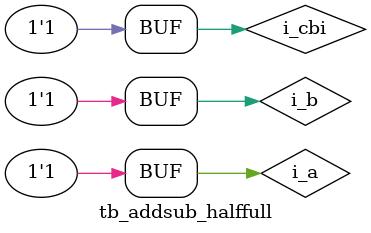
<source format=v>
module tb_addsub_halffull;
reg i_a;
reg i_b;
reg i_cbi;
wire o_cbo;
wire o_sd;

initial begin
    i_a = 1'b0;
    i_b = 1'b0;
    i_cbi = 1'b0;
    
    #100; // 100ns
    i_a = 1'b0;
    i_b = 1'b0;
    i_cbi = 1'b1;
        
    #100; // 200ns
    i_a = 1'b0;
    i_b = 1'b1;
    i_cbi = 1'b0;

    #100; // 300ns
    i_a = 1'b0;
    i_b = 1'b1;
    i_cbi = 1'b1;

    #100; // 400ns
    i_a = 1'b1;
    i_b = 1'b0;
    i_cbi = 1'b0;

    #100; // 500ns
    i_a = 1'b1;
    i_b = 1'b0;
    i_cbi = 1'b1;       

    #100; // 600ns
    i_a = 1'b1;
    i_b = 1'b1;
    i_cbi = 1'b0;
    
    #100; // 700ns
    i_a = 1'b1;
    i_b = 1'b1;
    i_cbi = 1'b1;
end

exp3 dut(
    .mode_addsub(1'bx), // ** MODIFY HERE **
    .mode_halffull(1'bx), // ** MODIFY HERE **
    .signal_a(i_a),
    .signal_b(i_b),
    .carryborrow_in(i_cbi),
    .carryborrow_out(o_cbo),
    .sumdiff(o_sd)
);

endmodule

</source>
